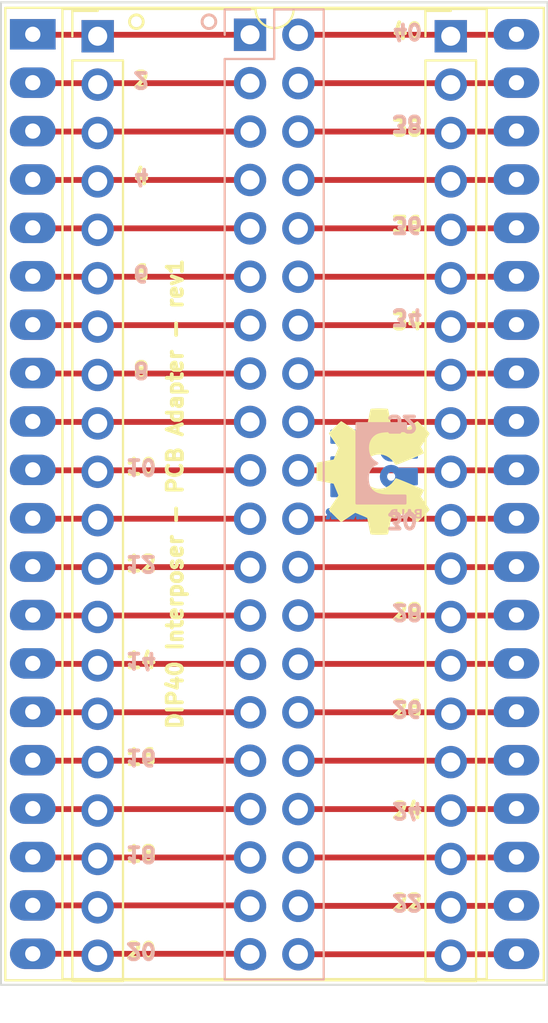
<source format=kicad_pcb>
(kicad_pcb (version 20171130) (host pcbnew "(5.1.7)-1")

  (general
    (thickness 1.6)
    (drawings 46)
    (tracks 42)
    (zones 0)
    (modules 6)
    (nets 41)
  )

  (page A4)
  (layers
    (0 F.Cu signal)
    (31 B.Cu signal)
    (32 B.Adhes user)
    (33 F.Adhes user)
    (34 B.Paste user)
    (35 F.Paste user)
    (36 B.SilkS user)
    (37 F.SilkS user)
    (38 B.Mask user)
    (39 F.Mask user)
    (40 Dwgs.User user)
    (41 Cmts.User user)
    (42 Eco1.User user)
    (43 Eco2.User user)
    (44 Edge.Cuts user)
    (45 Margin user)
    (46 B.CrtYd user)
    (47 F.CrtYd user)
    (48 B.Fab user)
    (49 F.Fab user)
  )

  (setup
    (last_trace_width 0.3048)
    (trace_clearance 0.2032)
    (zone_clearance 0.508)
    (zone_45_only no)
    (trace_min 0.2)
    (via_size 0.8)
    (via_drill 0.4)
    (via_min_size 0.4)
    (via_min_drill 0.3)
    (uvia_size 0.3)
    (uvia_drill 0.1)
    (uvias_allowed no)
    (uvia_min_size 0.2)
    (uvia_min_drill 0.1)
    (edge_width 0.1)
    (segment_width 0.2)
    (pcb_text_width 0.3)
    (pcb_text_size 1.5 1.5)
    (mod_edge_width 0.15)
    (mod_text_size 0.8 0.8)
    (mod_text_width 0.2)
    (pad_size 1.524 1.524)
    (pad_drill 0.762)
    (pad_to_mask_clearance 0)
    (aux_axis_origin 0 0)
    (visible_elements 7FFFFFFF)
    (pcbplotparams
      (layerselection 0x010fc_ffffffff)
      (usegerberextensions false)
      (usegerberattributes true)
      (usegerberadvancedattributes true)
      (creategerberjobfile true)
      (excludeedgelayer true)
      (linewidth 0.100000)
      (plotframeref false)
      (viasonmask false)
      (mode 1)
      (useauxorigin false)
      (hpglpennumber 1)
      (hpglpenspeed 20)
      (hpglpendiameter 15.000000)
      (psnegative false)
      (psa4output false)
      (plotreference true)
      (plotvalue true)
      (plotinvisibletext false)
      (padsonsilk false)
      (subtractmaskfromsilk false)
      (outputformat 1)
      (mirror false)
      (drillshape 1)
      (scaleselection 1)
      (outputdirectory ""))
  )

  (net 0 "")
  (net 1 /Sig20)
  (net 2 /Sig19)
  (net 3 /Sig18)
  (net 4 /Sig17)
  (net 5 /Sig16)
  (net 6 /Sig15)
  (net 7 /Sig14)
  (net 8 /Sig13)
  (net 9 /Sig12)
  (net 10 /Sig11)
  (net 11 /Sig10)
  (net 12 /Sig09)
  (net 13 /Sig08)
  (net 14 /Sig07)
  (net 15 /Sig06)
  (net 16 /Sig05)
  (net 17 /Sig04)
  (net 18 /Sig03)
  (net 19 /Sig02)
  (net 20 /Sig01)
  (net 21 /Sig40)
  (net 22 /Sig39)
  (net 23 /Sig38)
  (net 24 /Sig37)
  (net 25 /Sig36)
  (net 26 /Sig35)
  (net 27 /Sig34)
  (net 28 /Sig33)
  (net 29 /Sig32)
  (net 30 /Sig31)
  (net 31 /Sig30)
  (net 32 /Sig29)
  (net 33 /Sig28)
  (net 34 /Sig27)
  (net 35 /Sig26)
  (net 36 /Sig25)
  (net 37 /Sig24)
  (net 38 /Sig23)
  (net 39 /Sig22)
  (net 40 /Sig21)

  (net_class Default "This is the default net class."
    (clearance 0.2032)
    (trace_width 0.3048)
    (via_dia 0.8)
    (via_drill 0.4)
    (uvia_dia 0.3)
    (uvia_drill 0.1)
    (add_net /Sig01)
    (add_net /Sig02)
    (add_net /Sig03)
    (add_net /Sig04)
    (add_net /Sig05)
    (add_net /Sig06)
    (add_net /Sig07)
    (add_net /Sig08)
    (add_net /Sig09)
    (add_net /Sig10)
    (add_net /Sig11)
    (add_net /Sig12)
    (add_net /Sig13)
    (add_net /Sig14)
    (add_net /Sig15)
    (add_net /Sig16)
    (add_net /Sig17)
    (add_net /Sig18)
    (add_net /Sig19)
    (add_net /Sig20)
    (add_net /Sig21)
    (add_net /Sig22)
    (add_net /Sig23)
    (add_net /Sig24)
    (add_net /Sig25)
    (add_net /Sig26)
    (add_net /Sig27)
    (add_net /Sig28)
    (add_net /Sig29)
    (add_net /Sig30)
    (add_net /Sig31)
    (add_net /Sig32)
    (add_net /Sig33)
    (add_net /Sig34)
    (add_net /Sig35)
    (add_net /Sig36)
    (add_net /Sig37)
    (add_net /Sig38)
    (add_net /Sig39)
    (add_net /Sig40)
  )

  (module Symbol:OSHW-Symbol_6.7x6mm_SilkScreen (layer F.Cu) (tedit 0) (tstamp 5F9FDE53)
    (at 166.116 100.584 90)
    (descr "Open Source Hardware Symbol")
    (tags "Logo Symbol OSHW")
    (attr virtual)
    (fp_text reference REF** (at 0 0 90) (layer F.SilkS) hide
      (effects (font (size 1 1) (thickness 0.15)))
    )
    (fp_text value OSHW-Symbol_6.7x6mm_SilkScreen (at 0.75 0 90) (layer F.Fab) hide
      (effects (font (size 1 1) (thickness 0.15)))
    )
    (fp_poly (pts (xy 0.555814 -2.531069) (xy 0.639635 -2.086445) (xy 0.94892 -1.958947) (xy 1.258206 -1.831449)
      (xy 1.629246 -2.083754) (xy 1.733157 -2.154004) (xy 1.827087 -2.216728) (xy 1.906652 -2.269062)
      (xy 1.96747 -2.308143) (xy 2.005157 -2.331107) (xy 2.015421 -2.336058) (xy 2.03391 -2.323324)
      (xy 2.07342 -2.288118) (xy 2.129522 -2.234938) (xy 2.197787 -2.168282) (xy 2.273786 -2.092646)
      (xy 2.353092 -2.012528) (xy 2.431275 -1.932426) (xy 2.503907 -1.856836) (xy 2.566559 -1.790255)
      (xy 2.614803 -1.737182) (xy 2.64421 -1.702113) (xy 2.651241 -1.690377) (xy 2.641123 -1.66874)
      (xy 2.612759 -1.621338) (xy 2.569129 -1.552807) (xy 2.513218 -1.467785) (xy 2.448006 -1.370907)
      (xy 2.410219 -1.31565) (xy 2.341343 -1.214752) (xy 2.28014 -1.123701) (xy 2.229578 -1.04703)
      (xy 2.192628 -0.989272) (xy 2.172258 -0.954957) (xy 2.169197 -0.947746) (xy 2.176136 -0.927252)
      (xy 2.195051 -0.879487) (xy 2.223087 -0.811168) (xy 2.257391 -0.729011) (xy 2.295109 -0.63973)
      (xy 2.333387 -0.550042) (xy 2.36937 -0.466662) (xy 2.400206 -0.396306) (xy 2.423039 -0.34569)
      (xy 2.435017 -0.321529) (xy 2.435724 -0.320578) (xy 2.454531 -0.315964) (xy 2.504618 -0.305672)
      (xy 2.580793 -0.290713) (xy 2.677865 -0.272099) (xy 2.790643 -0.250841) (xy 2.856442 -0.238582)
      (xy 2.97695 -0.215638) (xy 3.085797 -0.193805) (xy 3.177476 -0.174278) (xy 3.246481 -0.158252)
      (xy 3.287304 -0.146921) (xy 3.295511 -0.143326) (xy 3.303548 -0.118994) (xy 3.310033 -0.064041)
      (xy 3.31497 0.015108) (xy 3.318364 0.112026) (xy 3.320218 0.220287) (xy 3.320538 0.333465)
      (xy 3.319327 0.445135) (xy 3.31659 0.548868) (xy 3.312331 0.638241) (xy 3.306555 0.706826)
      (xy 3.299267 0.748197) (xy 3.294895 0.75681) (xy 3.268764 0.767133) (xy 3.213393 0.781892)
      (xy 3.136107 0.799352) (xy 3.04423 0.81778) (xy 3.012158 0.823741) (xy 2.857524 0.852066)
      (xy 2.735375 0.874876) (xy 2.641673 0.89308) (xy 2.572384 0.907583) (xy 2.523471 0.919292)
      (xy 2.490897 0.929115) (xy 2.470628 0.937956) (xy 2.458626 0.946724) (xy 2.456947 0.948457)
      (xy 2.440184 0.976371) (xy 2.414614 1.030695) (xy 2.382788 1.104777) (xy 2.34726 1.191965)
      (xy 2.310583 1.285608) (xy 2.275311 1.379052) (xy 2.243996 1.465647) (xy 2.219193 1.53874)
      (xy 2.203454 1.591678) (xy 2.199332 1.617811) (xy 2.199676 1.618726) (xy 2.213641 1.640086)
      (xy 2.245322 1.687084) (xy 2.291391 1.754827) (xy 2.348518 1.838423) (xy 2.413373 1.932982)
      (xy 2.431843 1.959854) (xy 2.497699 2.057275) (xy 2.55565 2.146163) (xy 2.602538 2.221412)
      (xy 2.635207 2.27792) (xy 2.6505 2.310581) (xy 2.651241 2.314593) (xy 2.638392 2.335684)
      (xy 2.602888 2.377464) (xy 2.549293 2.435445) (xy 2.482171 2.505135) (xy 2.406087 2.582045)
      (xy 2.325604 2.661683) (xy 2.245287 2.739561) (xy 2.169699 2.811186) (xy 2.103405 2.87207)
      (xy 2.050969 2.917721) (xy 2.016955 2.94365) (xy 2.007545 2.947883) (xy 1.985643 2.937912)
      (xy 1.9408 2.91102) (xy 1.880321 2.871736) (xy 1.833789 2.840117) (xy 1.749475 2.782098)
      (xy 1.649626 2.713784) (xy 1.549473 2.645579) (xy 1.495627 2.609075) (xy 1.313371 2.4858)
      (xy 1.160381 2.56852) (xy 1.090682 2.604759) (xy 1.031414 2.632926) (xy 0.991311 2.648991)
      (xy 0.981103 2.651226) (xy 0.968829 2.634722) (xy 0.944613 2.588082) (xy 0.910263 2.515609)
      (xy 0.867588 2.421606) (xy 0.818394 2.310374) (xy 0.76449 2.186215) (xy 0.707684 2.053432)
      (xy 0.649782 1.916327) (xy 0.592593 1.779202) (xy 0.537924 1.646358) (xy 0.487584 1.522098)
      (xy 0.44338 1.410725) (xy 0.407119 1.316539) (xy 0.380609 1.243844) (xy 0.365658 1.196941)
      (xy 0.363254 1.180833) (xy 0.382311 1.160286) (xy 0.424036 1.126933) (xy 0.479706 1.087702)
      (xy 0.484378 1.084599) (xy 0.628264 0.969423) (xy 0.744283 0.835053) (xy 0.83143 0.685784)
      (xy 0.888699 0.525913) (xy 0.915086 0.359737) (xy 0.909585 0.191552) (xy 0.87119 0.025655)
      (xy 0.798895 -0.133658) (xy 0.777626 -0.168513) (xy 0.666996 -0.309263) (xy 0.536302 -0.422286)
      (xy 0.390064 -0.506997) (xy 0.232808 -0.562806) (xy 0.069057 -0.589126) (xy -0.096667 -0.58537)
      (xy -0.259838 -0.55095) (xy -0.415935 -0.485277) (xy -0.560433 -0.387765) (xy -0.605131 -0.348187)
      (xy -0.718888 -0.224297) (xy -0.801782 -0.093876) (xy -0.858644 0.052315) (xy -0.890313 0.197088)
      (xy -0.898131 0.35986) (xy -0.872062 0.52344) (xy -0.814755 0.682298) (xy -0.728856 0.830906)
      (xy -0.617014 0.963735) (xy -0.481877 1.075256) (xy -0.464117 1.087011) (xy -0.40785 1.125508)
      (xy -0.365077 1.158863) (xy -0.344628 1.18016) (xy -0.344331 1.180833) (xy -0.348721 1.203871)
      (xy -0.366124 1.256157) (xy -0.394732 1.33339) (xy -0.432735 1.431268) (xy -0.478326 1.545491)
      (xy -0.529697 1.671758) (xy -0.585038 1.805767) (xy -0.642542 1.943218) (xy -0.700399 2.079808)
      (xy -0.756802 2.211237) (xy -0.809942 2.333205) (xy -0.85801 2.441409) (xy -0.899199 2.531549)
      (xy -0.931699 2.599323) (xy -0.953703 2.64043) (xy -0.962564 2.651226) (xy -0.98964 2.642819)
      (xy -1.040303 2.620272) (xy -1.105817 2.587613) (xy -1.141841 2.56852) (xy -1.294832 2.4858)
      (xy -1.477088 2.609075) (xy -1.570125 2.672228) (xy -1.671985 2.741727) (xy -1.767438 2.807165)
      (xy -1.81525 2.840117) (xy -1.882495 2.885273) (xy -1.939436 2.921057) (xy -1.978646 2.942938)
      (xy -1.991381 2.947563) (xy -2.009917 2.935085) (xy -2.050941 2.900252) (xy -2.110475 2.846678)
      (xy -2.184542 2.777983) (xy -2.269165 2.697781) (xy -2.322685 2.646286) (xy -2.416319 2.554286)
      (xy -2.497241 2.471999) (xy -2.562177 2.402945) (xy -2.607858 2.350644) (xy -2.631011 2.318616)
      (xy -2.633232 2.312116) (xy -2.622924 2.287394) (xy -2.594439 2.237405) (xy -2.550937 2.167212)
      (xy -2.495577 2.081875) (xy -2.43152 1.986456) (xy -2.413303 1.959854) (xy -2.346927 1.863167)
      (xy -2.287378 1.776117) (xy -2.237984 1.703595) (xy -2.202075 1.650493) (xy -2.182981 1.621703)
      (xy -2.181136 1.618726) (xy -2.183895 1.595782) (xy -2.198538 1.545336) (xy -2.222513 1.474041)
      (xy -2.253266 1.388547) (xy -2.288244 1.295507) (xy -2.324893 1.201574) (xy -2.360661 1.113399)
      (xy -2.392994 1.037634) (xy -2.419338 0.980931) (xy -2.437142 0.949943) (xy -2.438407 0.948457)
      (xy -2.449294 0.939601) (xy -2.467682 0.930843) (xy -2.497606 0.921277) (xy -2.543103 0.909996)
      (xy -2.608209 0.896093) (xy -2.696961 0.878663) (xy -2.813393 0.856798) (xy -2.961542 0.829591)
      (xy -2.993618 0.823741) (xy -3.088686 0.805374) (xy -3.171565 0.787405) (xy -3.23493 0.771569)
      (xy -3.271458 0.7596) (xy -3.276356 0.75681) (xy -3.284427 0.732072) (xy -3.290987 0.67679)
      (xy -3.296033 0.597389) (xy -3.299559 0.500296) (xy -3.301561 0.391938) (xy -3.302036 0.27874)
      (xy -3.300977 0.167128) (xy -3.298382 0.063529) (xy -3.294246 -0.025632) (xy -3.288563 -0.093928)
      (xy -3.281331 -0.134934) (xy -3.276971 -0.143326) (xy -3.252698 -0.151792) (xy -3.197426 -0.165565)
      (xy -3.116662 -0.18345) (xy -3.015912 -0.204252) (xy -2.900683 -0.226777) (xy -2.837902 -0.238582)
      (xy -2.718787 -0.260849) (xy -2.612565 -0.281021) (xy -2.524427 -0.298085) (xy -2.459566 -0.311031)
      (xy -2.423174 -0.318845) (xy -2.417184 -0.320578) (xy -2.407061 -0.34011) (xy -2.385662 -0.387157)
      (xy -2.355839 -0.454997) (xy -2.320445 -0.536909) (xy -2.282332 -0.626172) (xy -2.244353 -0.716065)
      (xy -2.20936 -0.799865) (xy -2.180206 -0.870853) (xy -2.159743 -0.922306) (xy -2.150823 -0.947503)
      (xy -2.150657 -0.948604) (xy -2.160769 -0.968481) (xy -2.189117 -1.014223) (xy -2.232723 -1.081283)
      (xy -2.288606 -1.165116) (xy -2.353787 -1.261174) (xy -2.391679 -1.31635) (xy -2.460725 -1.417519)
      (xy -2.52205 -1.50937) (xy -2.572663 -1.587256) (xy -2.609571 -1.646531) (xy -2.629782 -1.682549)
      (xy -2.632701 -1.690623) (xy -2.620153 -1.709416) (xy -2.585463 -1.749543) (xy -2.533063 -1.806507)
      (xy -2.467384 -1.875815) (xy -2.392856 -1.952969) (xy -2.313913 -2.033475) (xy -2.234983 -2.112837)
      (xy -2.1605 -2.18656) (xy -2.094894 -2.250148) (xy -2.042596 -2.299106) (xy -2.008039 -2.328939)
      (xy -1.996478 -2.336058) (xy -1.977654 -2.326047) (xy -1.932631 -2.297922) (xy -1.865787 -2.254546)
      (xy -1.781499 -2.198782) (xy -1.684144 -2.133494) (xy -1.610707 -2.083754) (xy -1.239667 -1.831449)
      (xy -0.621095 -2.086445) (xy -0.537275 -2.531069) (xy -0.453454 -2.975693) (xy 0.471994 -2.975693)
      (xy 0.555814 -2.531069)) (layer F.SilkS) (width 0.01))
  )

  (module "My Libraries:BE5" (layer B.Cu) (tedit 5F4B3643) (tstamp 5F9FDD56)
    (at 168.656 98.044 180)
    (descr "Imported from BE5.svg")
    (tags svg2mod)
    (attr virtual)
    (fp_text reference svg2mod (at 0 3.048) (layer B.SilkS) hide
      (effects (font (size 1.524 1.524) (thickness 0.3048)) (justify mirror))
    )
    (fp_text value G*** (at 0 -8.048) (layer B.SilkS) hide
      (effects (font (size 1.524 1.524) (thickness 0.3048)) (justify mirror))
    )
    (fp_poly (pts (xy 1.27875 -4.495236) (xy 1.39 -4.58666) (xy 1.39 -4.899563) (xy 1.43625 -4.899563)
      (xy 1.52875 -4.851919) (xy 1.55875 -4.739893) (xy 1.54125 -4.656194) (xy 1.49875 -4.602112)
      (xy 1.4375 -4.58666) (xy 1.39 -4.58666) (xy 1.27875 -4.495236) (xy 1.42625 -4.495236)
      (xy 1.56125 -4.52099) (xy 1.64 -4.602112) (xy 1.675 -4.742468) (xy 1.659844 -4.840652)
      (xy 1.61375 -4.921453) (xy 1.540625 -4.975374) (xy 1.445 -4.993562) (xy 1.27875 -4.993562)
      (xy 1.27875 -4.495236)) (layer B.Mask) (width 0))
    (fp_poly (pts (xy 1.02875 -4.894412) (xy 1.22125 -4.894412) (xy 1.22125 -4.993562) (xy 0.91375 -4.993562)
      (xy 0.91375 -4.495236) (xy 1.02875 -4.495236) (xy 1.02875 -4.894412)) (layer B.Mask) (width 0))
    (fp_poly (pts (xy 0.71 -4.495236) (xy 0.68375 -4.799125) (xy 0.6325 -4.624003) (xy 0.58125 -4.799125)
      (xy 0.68375 -4.799125) (xy 0.71 -4.495236) (xy 0.86125 -4.993562) (xy 0.74 -4.993562)
      (xy 0.71 -4.890549) (xy 0.55375 -4.890549) (xy 0.52375 -4.993562) (xy 0.425 -4.993562)
      (xy 0.58 -4.495236) (xy 0.71 -4.495236)) (layer B.Mask) (width 0))
    (fp_poly (pts (xy 0 -4.495236) (xy 0.1125 -4.582797) (xy 0.1125 -4.692249) (xy 0.19875 -4.692249)
      (xy 0.25875 -4.672934) (xy 0.27125 -4.635592) (xy 0.26125 -4.6034) (xy 0.23875 -4.58666)
      (xy 0.19125 -4.582797) (xy 0.1125 -4.582797) (xy 0 -4.495236) (xy 0.1125 -4.781098)
      (xy 0.1125 -4.900851) (xy 0.2 -4.900851) (xy 0.2625 -4.885399) (xy 0.28125 -4.84033)
      (xy 0.26375 -4.799125) (xy 0.205 -4.781098) (xy 0.1125 -4.781098) (xy 0 -4.495236)
      (xy 0.225 -4.495236) (xy 0.31625 -4.510688) (xy 0.36625 -4.554469) (xy 0.38625 -4.624003)
      (xy 0.364531 -4.692893) (xy 0.29875 -4.734742) (xy 0.37375 -4.781098) (xy 0.39875 -4.85707)
      (xy 0.3575 -4.953645) (xy 0.22375 -4.99485) (xy 0 -4.99485) (xy 0 -4.495236)) (layer B.Mask) (width 0))
    (fp_poly (pts (xy 2.57875 -3.573269) (xy 2.480422 -3.642272) (xy 2.365463 -3.698649) (xy 2.233906 -3.742436)
      (xy 2.085787 -3.773667) (xy 1.92114 -3.79238) (xy 1.74 -3.79861) (xy 0.8675 -3.79861)
      (xy 0.8675 -4.192635) (xy 3.415 -4.192635) (xy 3.415 0) (xy 0.8375 0)
      (xy 0.8375 -0.394025) (xy 1.61875 -0.394025) (xy 1.772285 -0.39642) (xy 1.910468 -0.403522)
      (xy 2.033418 -0.415211) (xy 2.14125 -0.431368) (xy 2.267176 -0.460936) (xy 2.375324 -0.50052)
      (xy 2.46625 -0.549833) (xy 2.577916 -0.636154) (xy 2.670416 -0.738213) (xy 2.74375 -0.856297)
      (xy 2.796713 -0.986828) (xy 2.828287 -1.128805) (xy 2.83875 -1.282514) (xy 2.831269 -1.419348)
      (xy 2.808906 -1.54568) (xy 2.771777 -1.661147) (xy 2.72 -1.765388) (xy 2.652285 -1.860755)
      (xy 2.567343 -1.947914) (xy 2.465293 -2.026864) (xy 2.34625 -2.097605) (xy 2.46625 -2.158246)
      (xy 2.569375 -2.228303) (xy 2.655625 -2.308018) (xy 2.725 -2.397631) (xy 2.778418 -2.498109)
      (xy 2.816718 -2.610418) (xy 2.839785 -2.734798) (xy 2.8475 -2.871492) (xy 2.840526 -3.023001)
      (xy 2.818379 -3.160739) (xy 2.781093 -3.284671) (xy 2.728703 -3.39476) (xy 2.661244 -3.490971)
      (xy 2.57875 -3.573269)) (layer B.Mask) (width 0.134262))
    (fp_poly (pts (xy 4.71875 -4.795261) (xy 4.71875 -4.711563) (xy 4.78875 -4.711563) (xy 4.83875 -4.706413)
      (xy 4.86625 -4.684522) (xy 4.87875 -4.645892) (xy 4.86625 -4.60855) (xy 4.84 -4.587948)
      (xy 4.78625 -4.584085) (xy 4.71875 -4.584084) (xy 4.71875 -4.711563) (xy 4.71875 -4.795261)
      (xy 4.71875 -4.992274) (xy 4.605 -4.992274) (xy 4.605 -4.493948) (xy 4.8175 -4.493948)
      (xy 4.9125 -4.508112) (xy 4.97125 -4.559618) (xy 4.995 -4.643317) (xy 4.974219 -4.720255)
      (xy 4.91125 -4.772083) (xy 5 -4.992274) (xy 4.875 -4.992274) (xy 4.80125 -4.795261)
      (xy 4.71875 -4.795261)) (layer B.Mask) (width 0.095901))
    (fp_poly (pts (xy 4.5375 -4.589235) (xy 4.3075 -4.589235) (xy 4.3075 -4.69096) (xy 4.4875 -4.69096)
      (xy 4.4875 -4.78496) (xy 4.30625 -4.78496) (xy 4.30625 -4.893123) (xy 4.5375 -4.893123)
      (xy 4.5375 -4.992274) (xy 4.1925 -4.992274) (xy 4.1925 -4.493948) (xy 4.5375 -4.493948)
      (xy 4.5375 -4.589235)) (layer B.Mask) (width 0.095901))
    (fp_poly (pts (xy 4.12375 -4.589235) (xy 3.89375 -4.589235) (xy 3.89375 -4.69096) (xy 4.075 -4.69096)
      (xy 4.075 -4.78496) (xy 3.89375 -4.78496) (xy 3.89375 -4.893123) (xy 4.12375 -4.893123)
      (xy 4.12375 -4.992274) (xy 3.77875 -4.992274) (xy 3.77875 -4.493948) (xy 4.12375 -4.493948)
      (xy 4.12375 -4.589235)) (layer B.Mask) (width 0.095901))
    (fp_poly (pts (xy 3.68125 -4.495235) (xy 3.68125 -4.993561) (xy 3.585 -4.993561) (xy 3.39625 -4.657481)
      (xy 3.397493 -4.674221) (xy 3.398737 -4.696111) (xy 3.398737 -4.994849) (xy 3.309987 -4.994849)
      (xy 3.309987 -4.496523) (xy 3.432487 -4.496523) (xy 3.597487 -4.79011) (xy 3.594987 -4.756631)
      (xy 3.594987 -4.496523) (xy 3.681237 -4.496523) (xy 3.68125 -4.495235)) (layer B.Mask) (width 0.095901))
    (fp_poly (pts (xy 3.21125 -4.495235) (xy 3.21125 -4.993561) (xy 3.09875 -4.993561) (xy 3.09875 -4.495235)
      (xy 3.21125 -4.495235)) (layer B.Mask) (width 0.095901))
    (fp_poly (pts (xy 3.01 -4.727015) (xy 3.01 -4.993561) (xy 2.95875 -4.993561) (xy 2.9425 -4.935616)
      (xy 2.81 -5) (xy 2.725937 -4.982616) (xy 2.6625 -4.930466) (xy 2.623125 -4.85047)
      (xy 2.61 -4.750193) (xy 2.624062 -4.642673) (xy 2.66625 -4.558331) (xy 2.732656 -4.50441)
      (xy 2.81875 -4.486222) (xy 2.94875 -4.532577) (xy 3.00875 -4.657481) (xy 2.90125 -4.671645)
      (xy 2.8175 -4.581509) (xy 2.7475 -4.624002) (xy 2.72375 -4.74633) (xy 2.74875 -4.863507)
      (xy 2.82125 -4.903425) (xy 2.875 -4.882822) (xy 2.89875 -4.817151) (xy 2.8075 -4.817151)
      (xy 2.8075 -4.724439) (xy 3.01 -4.724439) (xy 3.01 -4.727015)) (layer B.Mask) (width 0.095901))
    (fp_poly (pts (xy 2.535 -4.495235) (xy 2.535 -4.993561) (xy 2.43875 -4.993561) (xy 2.25 -4.656193)
      (xy 2.251243 -4.672933) (xy 2.252487 -4.694823) (xy 2.252487 -4.993561) (xy 2.163737 -4.993561)
      (xy 2.163737 -4.495235) (xy 2.286237 -4.495235) (xy 2.451237 -4.788823) (xy 2.448737 -4.755343)
      (xy 2.448737 -4.495235) (xy 2.535 -4.495235)) (layer B.Mask) (width 0.095901))
    (fp_poly (pts (xy 2.095 -4.589235) (xy 1.865 -4.589235) (xy 1.865 -4.69096) (xy 2.04625 -4.69096)
      (xy 2.04625 -4.78496) (xy 1.865 -4.78496) (xy 1.865 -4.893123) (xy 2.095 -4.893123)
      (xy 2.095 -4.992274) (xy 1.75 -4.992274) (xy 1.75 -4.493948) (xy 2.095 -4.493948)
      (xy 2.095 -4.589235)) (layer B.Mask) (width 0.095901))
    (fp_poly (pts (xy 1.605 -0.844708) (xy 1.343613 -1.277644) (xy 1.404531 -1.184329) (xy 1.494746 -1.121435)
      (xy 1.605 -1.098377) (xy 1.715781 -1.121435) (xy 1.805937 -1.184329) (xy 1.866562 -1.277644)
      (xy 1.88875 -1.391965) (xy 1.866562 -1.505541) (xy 1.805937 -1.598474) (xy 1.715781 -1.661228)
      (xy 1.605 -1.684265) (xy 1.494219 -1.661228) (xy 1.404062 -1.598474) (xy 1.343437 -1.505541)
      (xy 1.32125 -1.391965) (xy 1.343613 -1.277644) (xy 1.605 -0.844708) (xy 1.466898 -0.863546)
      (xy 1.342685 -0.916435) (xy 1.23625 -0.99794) (xy 0.26875 -0.99794) (xy 0.26875 -1.78599)
      (xy 1.23625 -1.78599) (xy 1.34213 -1.868067) (xy 1.46662 -1.92067) (xy 1.605 -1.939222)
      (xy 1.746348 -1.919699) (xy 1.873287 -1.864585) (xy 1.980781 -1.779069) (xy 2.063796 -1.668336)
      (xy 2.117297 -1.537572) (xy 2.13625 -1.391965) (xy 2.117297 -1.246358) (xy 2.063796 -1.115594)
      (xy 1.980781 -1.004861) (xy 1.873287 -0.919344) (xy 1.746348 -0.864231) (xy 1.605 -0.844708)) (layer B.Mask) (width 0.134262))
    (fp_poly (pts (xy 3.415 -3.19727) (xy 4.7325 -3.19727) (xy 4.7325 -3.80891) (xy 3.415 -3.80891)
      (xy 3.415 -3.19727)) (layer B.Mask) (width 0.134262))
    (fp_poly (pts (xy 3.415 -1.793716) (xy 4.7325 -1.793716) (xy 4.7325 -2.405357) (xy 3.415 -2.405357)
      (xy 3.415 -1.793716)) (layer B.Mask) (width 0.134262))
    (fp_poly (pts (xy 3.415 -0.394025) (xy 4.7325 -0.394025) (xy 4.7325 -1.005666) (xy 3.415 -1.005666)
      (xy 3.415 -0.394025)) (layer B.Mask) (width 0.134262))
    (fp_poly (pts (xy 1.605 -2.241823) (xy 1.343613 -2.674961) (xy 1.404531 -2.582088) (xy 1.494746 -2.519637)
      (xy 1.605 -2.496781) (xy 1.715781 -2.519818) (xy 1.805937 -2.582571) (xy 1.866562 -2.675505)
      (xy 1.88875 -2.78908) (xy 1.866562 -2.903401) (xy 1.805937 -2.996716) (xy 1.715781 -3.059611)
      (xy 1.605 -3.082668) (xy 1.494219 -3.059611) (xy 1.404062 -2.996716) (xy 1.343437 -2.903401)
      (xy 1.32125 -2.78908) (xy 1.343613 -2.674961) (xy 1.605 -2.241823) (xy 1.466898 -2.260661)
      (xy 1.342685 -2.313551) (xy 1.23625 -2.395055) (xy 0.26875 -2.395055) (xy 0.26875 -3.183106)
      (xy 1.23625 -3.183106) (xy 1.34213 -3.265182) (xy 1.46662 -3.317786) (xy 1.605 -3.336338)
      (xy 1.746348 -3.316814) (xy 1.873287 -3.261701) (xy 1.980781 -3.176185) (xy 2.063796 -3.065451)
      (xy 2.117297 -2.934688) (xy 2.13625 -2.78908) (xy 2.117297 -2.643473) (xy 2.063796 -2.51271)
      (xy 1.980781 -2.401976) (xy 1.873287 -2.31646) (xy 1.746348 -2.261347) (xy 1.605 -2.241823)) (layer B.Mask) (width 0.134262))
    (fp_poly (pts (xy 1.27875 -4.495236) (xy 1.39 -4.58666) (xy 1.39 -4.899563) (xy 1.43625 -4.899563)
      (xy 1.52875 -4.851919) (xy 1.55875 -4.739893) (xy 1.54125 -4.656194) (xy 1.49875 -4.602112)
      (xy 1.4375 -4.58666) (xy 1.39 -4.58666) (xy 1.27875 -4.495236) (xy 1.42625 -4.495236)
      (xy 1.56125 -4.52099) (xy 1.64 -4.602112) (xy 1.675 -4.742468) (xy 1.659844 -4.840652)
      (xy 1.61375 -4.921453) (xy 1.540625 -4.975374) (xy 1.445 -4.993562) (xy 1.27875 -4.993562)
      (xy 1.27875 -4.495236)) (layer B.SilkS) (width 0))
    (fp_poly (pts (xy 1.02875 -4.894412) (xy 1.22125 -4.894412) (xy 1.22125 -4.993562) (xy 0.91375 -4.993562)
      (xy 0.91375 -4.495236) (xy 1.02875 -4.495236) (xy 1.02875 -4.894412)) (layer B.SilkS) (width 0))
    (fp_poly (pts (xy 0.71 -4.495236) (xy 0.68375 -4.799125) (xy 0.6325 -4.624003) (xy 0.58125 -4.799125)
      (xy 0.68375 -4.799125) (xy 0.71 -4.495236) (xy 0.86125 -4.993562) (xy 0.74 -4.993562)
      (xy 0.71 -4.890549) (xy 0.55375 -4.890549) (xy 0.52375 -4.993562) (xy 0.425 -4.993562)
      (xy 0.58 -4.495236) (xy 0.71 -4.495236)) (layer B.SilkS) (width 0))
    (fp_poly (pts (xy 0 -4.495236) (xy 0.1125 -4.582797) (xy 0.1125 -4.692249) (xy 0.19875 -4.692249)
      (xy 0.25875 -4.672934) (xy 0.27125 -4.635592) (xy 0.26125 -4.6034) (xy 0.23875 -4.58666)
      (xy 0.19125 -4.582797) (xy 0.1125 -4.582797) (xy 0 -4.495236) (xy 0.1125 -4.781098)
      (xy 0.1125 -4.900851) (xy 0.2 -4.900851) (xy 0.2625 -4.885399) (xy 0.28125 -4.84033)
      (xy 0.26375 -4.799125) (xy 0.205 -4.781098) (xy 0.1125 -4.781098) (xy 0 -4.495236)
      (xy 0.225 -4.495236) (xy 0.31625 -4.510688) (xy 0.36625 -4.554469) (xy 0.38625 -4.624003)
      (xy 0.364531 -4.692893) (xy 0.29875 -4.734742) (xy 0.37375 -4.781098) (xy 0.39875 -4.85707)
      (xy 0.3575 -4.953645) (xy 0.22375 -4.99485) (xy 0 -4.99485) (xy 0 -4.495236)) (layer B.SilkS) (width 0))
    (fp_poly (pts (xy 2.57875 -3.573269) (xy 2.480422 -3.642272) (xy 2.365463 -3.698649) (xy 2.233906 -3.742436)
      (xy 2.085787 -3.773667) (xy 1.92114 -3.79238) (xy 1.74 -3.79861) (xy 0.8675 -3.79861)
      (xy 0.8675 -4.192635) (xy 3.415 -4.192635) (xy 3.415 0) (xy 0.8375 0)
      (xy 0.8375 -0.394025) (xy 1.61875 -0.394025) (xy 1.772285 -0.39642) (xy 1.910468 -0.403522)
      (xy 2.033418 -0.415211) (xy 2.14125 -0.431368) (xy 2.267176 -0.460936) (xy 2.375324 -0.50052)
      (xy 2.46625 -0.549833) (xy 2.577916 -0.636154) (xy 2.670416 -0.738213) (xy 2.74375 -0.856297)
      (xy 2.796713 -0.986828) (xy 2.828287 -1.128805) (xy 2.83875 -1.282514) (xy 2.831269 -1.419348)
      (xy 2.808906 -1.54568) (xy 2.771777 -1.661147) (xy 2.72 -1.765388) (xy 2.652285 -1.860755)
      (xy 2.567343 -1.947914) (xy 2.465293 -2.026864) (xy 2.34625 -2.097605) (xy 2.46625 -2.158246)
      (xy 2.569375 -2.228303) (xy 2.655625 -2.308018) (xy 2.725 -2.397631) (xy 2.778418 -2.498109)
      (xy 2.816718 -2.610418) (xy 2.839785 -2.734798) (xy 2.8475 -2.871492) (xy 2.840526 -3.023001)
      (xy 2.818379 -3.160739) (xy 2.781093 -3.284671) (xy 2.728703 -3.39476) (xy 2.661244 -3.490971)
      (xy 2.57875 -3.573269)) (layer B.SilkS) (width 0.134262))
    (fp_poly (pts (xy 4.71875 -4.795261) (xy 4.71875 -4.711563) (xy 4.78875 -4.711563) (xy 4.83875 -4.706413)
      (xy 4.86625 -4.684522) (xy 4.87875 -4.645892) (xy 4.86625 -4.60855) (xy 4.84 -4.587948)
      (xy 4.78625 -4.584085) (xy 4.71875 -4.584084) (xy 4.71875 -4.711563) (xy 4.71875 -4.795261)
      (xy 4.71875 -4.992274) (xy 4.605 -4.992274) (xy 4.605 -4.493948) (xy 4.8175 -4.493948)
      (xy 4.9125 -4.508112) (xy 4.97125 -4.559618) (xy 4.995 -4.643317) (xy 4.974219 -4.720255)
      (xy 4.91125 -4.772083) (xy 5 -4.992274) (xy 4.875 -4.992274) (xy 4.80125 -4.795261)
      (xy 4.71875 -4.795261)) (layer B.Cu) (width 0.095901))
    (fp_poly (pts (xy 4.5375 -4.589235) (xy 4.3075 -4.589235) (xy 4.3075 -4.69096) (xy 4.4875 -4.69096)
      (xy 4.4875 -4.78496) (xy 4.30625 -4.78496) (xy 4.30625 -4.893123) (xy 4.5375 -4.893123)
      (xy 4.5375 -4.992274) (xy 4.1925 -4.992274) (xy 4.1925 -4.493948) (xy 4.5375 -4.493948)
      (xy 4.5375 -4.589235)) (layer B.Cu) (width 0.095901))
    (fp_poly (pts (xy 4.12375 -4.589235) (xy 3.89375 -4.589235) (xy 3.89375 -4.69096) (xy 4.075 -4.69096)
      (xy 4.075 -4.78496) (xy 3.89375 -4.78496) (xy 3.89375 -4.893123) (xy 4.12375 -4.893123)
      (xy 4.12375 -4.992274) (xy 3.77875 -4.992274) (xy 3.77875 -4.493948) (xy 4.12375 -4.493948)
      (xy 4.12375 -4.589235)) (layer B.Cu) (width 0.095901))
    (fp_poly (pts (xy 3.68125 -4.495235) (xy 3.68125 -4.993561) (xy 3.585 -4.993561) (xy 3.39625 -4.657481)
      (xy 3.397493 -4.674221) (xy 3.398737 -4.696111) (xy 3.398737 -4.994849) (xy 3.309987 -4.994849)
      (xy 3.309987 -4.496523) (xy 3.432487 -4.496523) (xy 3.597487 -4.79011) (xy 3.594987 -4.756631)
      (xy 3.594987 -4.496523) (xy 3.681237 -4.496523) (xy 3.68125 -4.495235)) (layer B.Cu) (width 0.095901))
    (fp_poly (pts (xy 3.21125 -4.495235) (xy 3.21125 -4.993561) (xy 3.09875 -4.993561) (xy 3.09875 -4.495235)
      (xy 3.21125 -4.495235)) (layer B.Cu) (width 0.095901))
    (fp_poly (pts (xy 3.01 -4.727015) (xy 3.01 -4.993561) (xy 2.95875 -4.993561) (xy 2.9425 -4.935616)
      (xy 2.81 -5) (xy 2.725937 -4.982616) (xy 2.6625 -4.930466) (xy 2.623125 -4.85047)
      (xy 2.61 -4.750193) (xy 2.624062 -4.642673) (xy 2.66625 -4.558331) (xy 2.732656 -4.50441)
      (xy 2.81875 -4.486222) (xy 2.94875 -4.532577) (xy 3.00875 -4.657481) (xy 2.90125 -4.671645)
      (xy 2.8175 -4.581509) (xy 2.7475 -4.624002) (xy 2.72375 -4.74633) (xy 2.74875 -4.863507)
      (xy 2.82125 -4.903425) (xy 2.875 -4.882822) (xy 2.89875 -4.817151) (xy 2.8075 -4.817151)
      (xy 2.8075 -4.724439) (xy 3.01 -4.724439) (xy 3.01 -4.727015)) (layer B.Cu) (width 0.095901))
    (fp_poly (pts (xy 2.535 -4.495235) (xy 2.535 -4.993561) (xy 2.43875 -4.993561) (xy 2.25 -4.656193)
      (xy 2.251243 -4.672933) (xy 2.252487 -4.694823) (xy 2.252487 -4.993561) (xy 2.163737 -4.993561)
      (xy 2.163737 -4.495235) (xy 2.286237 -4.495235) (xy 2.451237 -4.788823) (xy 2.448737 -4.755343)
      (xy 2.448737 -4.495235) (xy 2.535 -4.495235)) (layer B.Cu) (width 0.095901))
    (fp_poly (pts (xy 2.095 -4.589235) (xy 1.865 -4.589235) (xy 1.865 -4.69096) (xy 2.04625 -4.69096)
      (xy 2.04625 -4.78496) (xy 1.865 -4.78496) (xy 1.865 -4.893123) (xy 2.095 -4.893123)
      (xy 2.095 -4.992274) (xy 1.75 -4.992274) (xy 1.75 -4.493948) (xy 2.095 -4.493948)
      (xy 2.095 -4.589235)) (layer B.Cu) (width 0.095901))
    (fp_poly (pts (xy 1.605 -0.844708) (xy 1.343613 -1.277644) (xy 1.404531 -1.184329) (xy 1.494746 -1.121435)
      (xy 1.605 -1.098377) (xy 1.715781 -1.121435) (xy 1.805937 -1.184329) (xy 1.866562 -1.277644)
      (xy 1.88875 -1.391965) (xy 1.866562 -1.505541) (xy 1.805937 -1.598474) (xy 1.715781 -1.661228)
      (xy 1.605 -1.684265) (xy 1.494219 -1.661228) (xy 1.404062 -1.598474) (xy 1.343437 -1.505541)
      (xy 1.32125 -1.391965) (xy 1.343613 -1.277644) (xy 1.605 -0.844708) (xy 1.466898 -0.863546)
      (xy 1.342685 -0.916435) (xy 1.23625 -0.99794) (xy 0.26875 -0.99794) (xy 0.26875 -1.78599)
      (xy 1.23625 -1.78599) (xy 1.34213 -1.868067) (xy 1.46662 -1.92067) (xy 1.605 -1.939222)
      (xy 1.746348 -1.919699) (xy 1.873287 -1.864585) (xy 1.980781 -1.779069) (xy 2.063796 -1.668336)
      (xy 2.117297 -1.537572) (xy 2.13625 -1.391965) (xy 2.117297 -1.246358) (xy 2.063796 -1.115594)
      (xy 1.980781 -1.004861) (xy 1.873287 -0.919344) (xy 1.746348 -0.864231) (xy 1.605 -0.844708)) (layer B.Cu) (width 0.134262))
    (fp_poly (pts (xy 3.415 -3.19727) (xy 4.7325 -3.19727) (xy 4.7325 -3.80891) (xy 3.415 -3.80891)
      (xy 3.415 -3.19727)) (layer B.Cu) (width 0.134262))
    (fp_poly (pts (xy 3.415 -1.793716) (xy 4.7325 -1.793716) (xy 4.7325 -2.405357) (xy 3.415 -2.405357)
      (xy 3.415 -1.793716)) (layer B.Cu) (width 0.134262))
    (fp_poly (pts (xy 3.415 -0.394025) (xy 4.7325 -0.394025) (xy 4.7325 -1.005666) (xy 3.415 -1.005666)
      (xy 3.415 -0.394025)) (layer B.Cu) (width 0.134262))
    (fp_poly (pts (xy 1.605 -2.241823) (xy 1.343613 -2.674961) (xy 1.404531 -2.582088) (xy 1.494746 -2.519637)
      (xy 1.605 -2.496781) (xy 1.715781 -2.519818) (xy 1.805937 -2.582571) (xy 1.866562 -2.675505)
      (xy 1.88875 -2.78908) (xy 1.866562 -2.903401) (xy 1.805937 -2.996716) (xy 1.715781 -3.059611)
      (xy 1.605 -3.082668) (xy 1.494219 -3.059611) (xy 1.404062 -2.996716) (xy 1.343437 -2.903401)
      (xy 1.32125 -2.78908) (xy 1.343613 -2.674961) (xy 1.605 -2.241823) (xy 1.466898 -2.260661)
      (xy 1.342685 -2.313551) (xy 1.23625 -2.395055) (xy 0.26875 -2.395055) (xy 0.26875 -3.183106)
      (xy 1.23625 -3.183106) (xy 1.34213 -3.265182) (xy 1.46662 -3.317786) (xy 1.605 -3.336338)
      (xy 1.746348 -3.316814) (xy 1.873287 -3.261701) (xy 1.980781 -3.176185) (xy 2.063796 -3.065451)
      (xy 2.117297 -2.934688) (xy 2.13625 -2.78908) (xy 2.117297 -2.643473) (xy 2.063796 -2.51271)
      (xy 1.980781 -2.401976) (xy 1.873287 -2.31646) (xy 1.746348 -2.261347) (xy 1.605 -2.241823)) (layer B.Cu) (width 0.134262))
  )

  (module Connector_PinSocket_2.54mm:PinSocket_2x20_P2.54mm_Vertical (layer B.Cu) (tedit 5A19A433) (tstamp 5F9FC017)
    (at 159.6384 77.6474 180)
    (descr "Through hole straight socket strip, 2x20, 2.54mm pitch, double cols (from Kicad 4.0.7), script generated")
    (tags "Through hole socket strip THT 2x20 2.54mm double row")
    (path /5FA0E7D4)
    (fp_text reference J2 (at -1.27 2.77) (layer B.SilkS) hide
      (effects (font (size 1 1) (thickness 0.15)) (justify mirror))
    )
    (fp_text value Carrier-HDR (at -1.27 -51.03) (layer B.Fab)
      (effects (font (size 1 1) (thickness 0.15)) (justify mirror))
    )
    (fp_line (start -4.34 -50) (end -4.34 1.8) (layer B.CrtYd) (width 0.05))
    (fp_line (start 1.76 -50) (end -4.34 -50) (layer B.CrtYd) (width 0.05))
    (fp_line (start 1.76 1.8) (end 1.76 -50) (layer B.CrtYd) (width 0.05))
    (fp_line (start -4.34 1.8) (end 1.76 1.8) (layer B.CrtYd) (width 0.05))
    (fp_line (start 0 1.33) (end 1.33 1.33) (layer B.SilkS) (width 0.12))
    (fp_line (start 1.33 1.33) (end 1.33 0) (layer B.SilkS) (width 0.12))
    (fp_line (start -1.27 1.33) (end -1.27 -1.27) (layer B.SilkS) (width 0.12))
    (fp_line (start -1.27 -1.27) (end 1.33 -1.27) (layer B.SilkS) (width 0.12))
    (fp_line (start 1.33 -1.27) (end 1.33 -49.59) (layer B.SilkS) (width 0.12))
    (fp_line (start -3.87 -49.59) (end 1.33 -49.59) (layer B.SilkS) (width 0.12))
    (fp_line (start -3.87 1.33) (end -3.87 -49.59) (layer B.SilkS) (width 0.12))
    (fp_line (start -3.87 1.33) (end -1.27 1.33) (layer B.SilkS) (width 0.12))
    (fp_line (start -3.81 -49.53) (end -3.81 1.27) (layer B.Fab) (width 0.1))
    (fp_line (start 1.27 -49.53) (end -3.81 -49.53) (layer B.Fab) (width 0.1))
    (fp_line (start 1.27 0.27) (end 1.27 -49.53) (layer B.Fab) (width 0.1))
    (fp_line (start 0.27 1.27) (end 1.27 0.27) (layer B.Fab) (width 0.1))
    (fp_line (start -3.81 1.27) (end 0.27 1.27) (layer B.Fab) (width 0.1))
    (fp_text user %R (at -1.27 -24.13 270) (layer B.Fab)
      (effects (font (size 1 1) (thickness 0.15)) (justify mirror))
    )
    (pad 40 thru_hole oval (at -2.54 -48.26 180) (size 1.7 1.7) (drill 1) (layers *.Cu *.Mask)
      (net 21 /Sig40))
    (pad 39 thru_hole oval (at 0 -48.26 180) (size 1.7 1.7) (drill 1) (layers *.Cu *.Mask)
      (net 1 /Sig20))
    (pad 38 thru_hole oval (at -2.54 -45.72 180) (size 1.7 1.7) (drill 1) (layers *.Cu *.Mask)
      (net 22 /Sig39))
    (pad 37 thru_hole oval (at 0 -45.72 180) (size 1.7 1.7) (drill 1) (layers *.Cu *.Mask)
      (net 2 /Sig19))
    (pad 36 thru_hole oval (at -2.54 -43.18 180) (size 1.7 1.7) (drill 1) (layers *.Cu *.Mask)
      (net 23 /Sig38))
    (pad 35 thru_hole oval (at 0 -43.18 180) (size 1.7 1.7) (drill 1) (layers *.Cu *.Mask)
      (net 3 /Sig18))
    (pad 34 thru_hole oval (at -2.54 -40.64 180) (size 1.7 1.7) (drill 1) (layers *.Cu *.Mask)
      (net 24 /Sig37))
    (pad 33 thru_hole oval (at 0 -40.64 180) (size 1.7 1.7) (drill 1) (layers *.Cu *.Mask)
      (net 4 /Sig17))
    (pad 32 thru_hole oval (at -2.54 -38.1 180) (size 1.7 1.7) (drill 1) (layers *.Cu *.Mask)
      (net 25 /Sig36))
    (pad 31 thru_hole oval (at 0 -38.1 180) (size 1.7 1.7) (drill 1) (layers *.Cu *.Mask)
      (net 5 /Sig16))
    (pad 30 thru_hole oval (at -2.54 -35.56 180) (size 1.7 1.7) (drill 1) (layers *.Cu *.Mask)
      (net 26 /Sig35))
    (pad 29 thru_hole oval (at 0 -35.56 180) (size 1.7 1.7) (drill 1) (layers *.Cu *.Mask)
      (net 6 /Sig15))
    (pad 28 thru_hole oval (at -2.54 -33.02 180) (size 1.7 1.7) (drill 1) (layers *.Cu *.Mask)
      (net 27 /Sig34))
    (pad 27 thru_hole oval (at 0 -33.02 180) (size 1.7 1.7) (drill 1) (layers *.Cu *.Mask)
      (net 7 /Sig14))
    (pad 26 thru_hole oval (at -2.54 -30.48 180) (size 1.7 1.7) (drill 1) (layers *.Cu *.Mask)
      (net 28 /Sig33))
    (pad 25 thru_hole oval (at 0 -30.48 180) (size 1.7 1.7) (drill 1) (layers *.Cu *.Mask)
      (net 8 /Sig13))
    (pad 24 thru_hole oval (at -2.54 -27.94 180) (size 1.7 1.7) (drill 1) (layers *.Cu *.Mask)
      (net 29 /Sig32))
    (pad 23 thru_hole oval (at 0 -27.94 180) (size 1.7 1.7) (drill 1) (layers *.Cu *.Mask)
      (net 9 /Sig12))
    (pad 22 thru_hole oval (at -2.54 -25.4 180) (size 1.7 1.7) (drill 1) (layers *.Cu *.Mask)
      (net 30 /Sig31))
    (pad 21 thru_hole oval (at 0 -25.4 180) (size 1.7 1.7) (drill 1) (layers *.Cu *.Mask)
      (net 10 /Sig11))
    (pad 20 thru_hole oval (at -2.54 -22.86 180) (size 1.7 1.7) (drill 1) (layers *.Cu *.Mask)
      (net 31 /Sig30))
    (pad 19 thru_hole oval (at 0 -22.86 180) (size 1.7 1.7) (drill 1) (layers *.Cu *.Mask)
      (net 11 /Sig10))
    (pad 18 thru_hole oval (at -2.54 -20.32 180) (size 1.7 1.7) (drill 1) (layers *.Cu *.Mask)
      (net 32 /Sig29))
    (pad 17 thru_hole oval (at 0 -20.32 180) (size 1.7 1.7) (drill 1) (layers *.Cu *.Mask)
      (net 12 /Sig09))
    (pad 16 thru_hole oval (at -2.54 -17.78 180) (size 1.7 1.7) (drill 1) (layers *.Cu *.Mask)
      (net 33 /Sig28))
    (pad 15 thru_hole oval (at 0 -17.78 180) (size 1.7 1.7) (drill 1) (layers *.Cu *.Mask)
      (net 13 /Sig08))
    (pad 14 thru_hole oval (at -2.54 -15.24 180) (size 1.7 1.7) (drill 1) (layers *.Cu *.Mask)
      (net 34 /Sig27))
    (pad 13 thru_hole oval (at 0 -15.24 180) (size 1.7 1.7) (drill 1) (layers *.Cu *.Mask)
      (net 14 /Sig07))
    (pad 12 thru_hole oval (at -2.54 -12.7 180) (size 1.7 1.7) (drill 1) (layers *.Cu *.Mask)
      (net 35 /Sig26))
    (pad 11 thru_hole oval (at 0 -12.7 180) (size 1.7 1.7) (drill 1) (layers *.Cu *.Mask)
      (net 15 /Sig06))
    (pad 10 thru_hole oval (at -2.54 -10.16 180) (size 1.7 1.7) (drill 1) (layers *.Cu *.Mask)
      (net 36 /Sig25))
    (pad 9 thru_hole oval (at 0 -10.16 180) (size 1.7 1.7) (drill 1) (layers *.Cu *.Mask)
      (net 16 /Sig05))
    (pad 8 thru_hole oval (at -2.54 -7.62 180) (size 1.7 1.7) (drill 1) (layers *.Cu *.Mask)
      (net 37 /Sig24))
    (pad 7 thru_hole oval (at 0 -7.62 180) (size 1.7 1.7) (drill 1) (layers *.Cu *.Mask)
      (net 17 /Sig04))
    (pad 6 thru_hole oval (at -2.54 -5.08 180) (size 1.7 1.7) (drill 1) (layers *.Cu *.Mask)
      (net 38 /Sig23))
    (pad 5 thru_hole oval (at 0 -5.08 180) (size 1.7 1.7) (drill 1) (layers *.Cu *.Mask)
      (net 18 /Sig03))
    (pad 4 thru_hole oval (at -2.54 -2.54 180) (size 1.7 1.7) (drill 1) (layers *.Cu *.Mask)
      (net 39 /Sig22))
    (pad 3 thru_hole oval (at 0 -2.54 180) (size 1.7 1.7) (drill 1) (layers *.Cu *.Mask)
      (net 19 /Sig02))
    (pad 2 thru_hole oval (at -2.54 0 180) (size 1.7 1.7) (drill 1) (layers *.Cu *.Mask)
      (net 40 /Sig21))
    (pad 1 thru_hole rect (at 0 0 180) (size 1.7 1.7) (drill 1) (layers *.Cu *.Mask)
      (net 20 /Sig01))
    (model ${KISYS3DMOD}/Connector_PinSocket_2.54mm.3dshapes/PinSocket_2x20_P2.54mm_Vertical.wrl
      (offset (xyz -2.5 0 -1.6))
      (scale (xyz 1 1 1))
      (rotate (xyz 0 180 0))
    )
  )

  (module Connector_PinHeader_2.54mm:PinHeader_1x20_P2.54mm_Vertical (layer F.Cu) (tedit 59FED5CC) (tstamp 5F9F93A3)
    (at 170.18 77.724)
    (descr "Through hole straight pin header, 1x20, 2.54mm pitch, single row")
    (tags "Through hole pin header THT 1x20 2.54mm single row")
    (path /5FA9FB0B)
    (fp_text reference J4 (at 0 -2.33) (layer F.SilkS) hide
      (effects (font (size 1 1) (thickness 0.15)))
    )
    (fp_text value LA-Right (at 0 50.59) (layer F.Fab)
      (effects (font (size 1 1) (thickness 0.15)))
    )
    (fp_line (start 1.8 -1.8) (end -1.8 -1.8) (layer F.CrtYd) (width 0.05))
    (fp_line (start 1.8 50.05) (end 1.8 -1.8) (layer F.CrtYd) (width 0.05))
    (fp_line (start -1.8 50.05) (end 1.8 50.05) (layer F.CrtYd) (width 0.05))
    (fp_line (start -1.8 -1.8) (end -1.8 50.05) (layer F.CrtYd) (width 0.05))
    (fp_line (start -1.33 -1.33) (end 0 -1.33) (layer F.SilkS) (width 0.12))
    (fp_line (start -1.33 0) (end -1.33 -1.33) (layer F.SilkS) (width 0.12))
    (fp_line (start -1.33 1.27) (end 1.33 1.27) (layer F.SilkS) (width 0.12))
    (fp_line (start 1.33 1.27) (end 1.33 49.59) (layer F.SilkS) (width 0.12))
    (fp_line (start -1.33 1.27) (end -1.33 49.59) (layer F.SilkS) (width 0.12))
    (fp_line (start -1.33 49.59) (end 1.33 49.59) (layer F.SilkS) (width 0.12))
    (fp_line (start -1.27 -0.635) (end -0.635 -1.27) (layer F.Fab) (width 0.1))
    (fp_line (start -1.27 49.53) (end -1.27 -0.635) (layer F.Fab) (width 0.1))
    (fp_line (start 1.27 49.53) (end -1.27 49.53) (layer F.Fab) (width 0.1))
    (fp_line (start 1.27 -1.27) (end 1.27 49.53) (layer F.Fab) (width 0.1))
    (fp_line (start -0.635 -1.27) (end 1.27 -1.27) (layer F.Fab) (width 0.1))
    (fp_text user %R (at 0 24.13 90) (layer F.Fab)
      (effects (font (size 1 1) (thickness 0.15)))
    )
    (pad 20 thru_hole oval (at 0 48.26) (size 1.7 1.7) (drill 1) (layers *.Cu *.Mask)
      (net 21 /Sig40))
    (pad 19 thru_hole oval (at 0 45.72) (size 1.7 1.7) (drill 1) (layers *.Cu *.Mask)
      (net 22 /Sig39))
    (pad 18 thru_hole oval (at 0 43.18) (size 1.7 1.7) (drill 1) (layers *.Cu *.Mask)
      (net 23 /Sig38))
    (pad 17 thru_hole oval (at 0 40.64) (size 1.7 1.7) (drill 1) (layers *.Cu *.Mask)
      (net 24 /Sig37))
    (pad 16 thru_hole oval (at 0 38.1) (size 1.7 1.7) (drill 1) (layers *.Cu *.Mask)
      (net 25 /Sig36))
    (pad 15 thru_hole oval (at 0 35.56) (size 1.7 1.7) (drill 1) (layers *.Cu *.Mask)
      (net 26 /Sig35))
    (pad 14 thru_hole oval (at 0 33.02) (size 1.7 1.7) (drill 1) (layers *.Cu *.Mask)
      (net 27 /Sig34))
    (pad 13 thru_hole oval (at 0 30.48) (size 1.7 1.7) (drill 1) (layers *.Cu *.Mask)
      (net 28 /Sig33))
    (pad 12 thru_hole oval (at 0 27.94) (size 1.7 1.7) (drill 1) (layers *.Cu *.Mask)
      (net 29 /Sig32))
    (pad 11 thru_hole oval (at 0 25.4) (size 1.7 1.7) (drill 1) (layers *.Cu *.Mask)
      (net 30 /Sig31))
    (pad 10 thru_hole oval (at 0 22.86) (size 1.7 1.7) (drill 1) (layers *.Cu *.Mask)
      (net 31 /Sig30))
    (pad 9 thru_hole oval (at 0 20.32) (size 1.7 1.7) (drill 1) (layers *.Cu *.Mask)
      (net 32 /Sig29))
    (pad 8 thru_hole oval (at 0 17.78) (size 1.7 1.7) (drill 1) (layers *.Cu *.Mask)
      (net 33 /Sig28))
    (pad 7 thru_hole oval (at 0 15.24) (size 1.7 1.7) (drill 1) (layers *.Cu *.Mask)
      (net 34 /Sig27))
    (pad 6 thru_hole oval (at 0 12.7) (size 1.7 1.7) (drill 1) (layers *.Cu *.Mask)
      (net 35 /Sig26))
    (pad 5 thru_hole oval (at 0 10.16) (size 1.7 1.7) (drill 1) (layers *.Cu *.Mask)
      (net 36 /Sig25))
    (pad 4 thru_hole oval (at 0 7.62) (size 1.7 1.7) (drill 1) (layers *.Cu *.Mask)
      (net 37 /Sig24))
    (pad 3 thru_hole oval (at 0 5.08) (size 1.7 1.7) (drill 1) (layers *.Cu *.Mask)
      (net 38 /Sig23))
    (pad 2 thru_hole oval (at 0 2.54) (size 1.7 1.7) (drill 1) (layers *.Cu *.Mask)
      (net 39 /Sig22))
    (pad 1 thru_hole rect (at 0 0) (size 1.7 1.7) (drill 1) (layers *.Cu *.Mask)
      (net 40 /Sig21))
    (model ${KISYS3DMOD}/Connector_PinHeader_2.54mm.3dshapes/PinHeader_1x20_P2.54mm_Vertical.wrl
      (at (xyz 0 0 0))
      (scale (xyz 1 1 1))
      (rotate (xyz 0 0 0))
    )
  )

  (module Package_DIP:DIP-40_W25.4mm_Socket_LongPads locked (layer F.Cu) (tedit 5A02E8C5) (tstamp 5F9F937B)
    (at 148.2284 77.6224)
    (descr "40-lead though-hole mounted DIP package, row spacing 25.4 mm (1000 mils), Socket, LongPads")
    (tags "THT DIP DIL PDIP 2.54mm 25.4mm 1000mil Socket LongPads")
    (path /5FA0B7B1)
    (fp_text reference J3 (at 12.7 -2.33) (layer F.SilkS) hide
      (effects (font (size 1 1) (thickness 0.15)))
    )
    (fp_text value PCB-Conn (at 12.7 50.59) (layer F.Fab)
      (effects (font (size 1 1) (thickness 0.15)))
    )
    (fp_line (start 26.95 -1.6) (end -1.55 -1.6) (layer F.CrtYd) (width 0.05))
    (fp_line (start 26.95 49.85) (end 26.95 -1.6) (layer F.CrtYd) (width 0.05))
    (fp_line (start -1.55 49.85) (end 26.95 49.85) (layer F.CrtYd) (width 0.05))
    (fp_line (start -1.55 -1.6) (end -1.55 49.85) (layer F.CrtYd) (width 0.05))
    (fp_line (start 26.84 -1.39) (end -1.44 -1.39) (layer F.SilkS) (width 0.12))
    (fp_line (start 26.84 49.65) (end 26.84 -1.39) (layer F.SilkS) (width 0.12))
    (fp_line (start -1.44 49.65) (end 26.84 49.65) (layer F.SilkS) (width 0.12))
    (fp_line (start -1.44 -1.39) (end -1.44 49.65) (layer F.SilkS) (width 0.12))
    (fp_line (start 23.84 -1.33) (end 13.7 -1.33) (layer F.SilkS) (width 0.12))
    (fp_line (start 23.84 49.59) (end 23.84 -1.33) (layer F.SilkS) (width 0.12))
    (fp_line (start 1.56 49.59) (end 23.84 49.59) (layer F.SilkS) (width 0.12))
    (fp_line (start 1.56 -1.33) (end 1.56 49.59) (layer F.SilkS) (width 0.12))
    (fp_line (start 11.7 -1.33) (end 1.56 -1.33) (layer F.SilkS) (width 0.12))
    (fp_line (start 26.67 -1.33) (end -1.27 -1.33) (layer F.Fab) (width 0.1))
    (fp_line (start 26.67 49.59) (end 26.67 -1.33) (layer F.Fab) (width 0.1))
    (fp_line (start -1.27 49.59) (end 26.67 49.59) (layer F.Fab) (width 0.1))
    (fp_line (start -1.27 -1.33) (end -1.27 49.59) (layer F.Fab) (width 0.1))
    (fp_line (start 0.255 -0.27) (end 1.255 -1.27) (layer F.Fab) (width 0.1))
    (fp_line (start 0.255 49.53) (end 0.255 -0.27) (layer F.Fab) (width 0.1))
    (fp_line (start 25.145 49.53) (end 0.255 49.53) (layer F.Fab) (width 0.1))
    (fp_line (start 25.145 -1.27) (end 25.145 49.53) (layer F.Fab) (width 0.1))
    (fp_line (start 1.255 -1.27) (end 25.145 -1.27) (layer F.Fab) (width 0.1))
    (fp_text user %R (at 12.7 24.13) (layer F.Fab)
      (effects (font (size 1 1) (thickness 0.15)))
    )
    (fp_arc (start 12.7 -1.33) (end 11.7 -1.33) (angle -180) (layer F.SilkS) (width 0.12))
    (pad 40 thru_hole oval (at 25.4 0) (size 2.4 1.6) (drill 0.8) (layers *.Cu *.Mask)
      (net 40 /Sig21))
    (pad 20 thru_hole oval (at 0 48.26) (size 2.4 1.6) (drill 0.8) (layers *.Cu *.Mask)
      (net 1 /Sig20))
    (pad 39 thru_hole oval (at 25.4 2.54) (size 2.4 1.6) (drill 0.8) (layers *.Cu *.Mask)
      (net 39 /Sig22))
    (pad 19 thru_hole oval (at 0 45.72) (size 2.4 1.6) (drill 0.8) (layers *.Cu *.Mask)
      (net 2 /Sig19))
    (pad 38 thru_hole oval (at 25.4 5.08) (size 2.4 1.6) (drill 0.8) (layers *.Cu *.Mask)
      (net 38 /Sig23))
    (pad 18 thru_hole oval (at 0 43.18) (size 2.4 1.6) (drill 0.8) (layers *.Cu *.Mask)
      (net 3 /Sig18))
    (pad 37 thru_hole oval (at 25.4 7.62) (size 2.4 1.6) (drill 0.8) (layers *.Cu *.Mask)
      (net 37 /Sig24))
    (pad 17 thru_hole oval (at 0 40.64) (size 2.4 1.6) (drill 0.8) (layers *.Cu *.Mask)
      (net 4 /Sig17))
    (pad 36 thru_hole oval (at 25.4 10.16) (size 2.4 1.6) (drill 0.8) (layers *.Cu *.Mask)
      (net 36 /Sig25))
    (pad 16 thru_hole oval (at 0 38.1) (size 2.4 1.6) (drill 0.8) (layers *.Cu *.Mask)
      (net 5 /Sig16))
    (pad 35 thru_hole oval (at 25.4 12.7) (size 2.4 1.6) (drill 0.8) (layers *.Cu *.Mask)
      (net 35 /Sig26))
    (pad 15 thru_hole oval (at 0 35.56) (size 2.4 1.6) (drill 0.8) (layers *.Cu *.Mask)
      (net 6 /Sig15))
    (pad 34 thru_hole oval (at 25.4 15.24) (size 2.4 1.6) (drill 0.8) (layers *.Cu *.Mask)
      (net 34 /Sig27))
    (pad 14 thru_hole oval (at 0 33.02) (size 2.4 1.6) (drill 0.8) (layers *.Cu *.Mask)
      (net 7 /Sig14))
    (pad 33 thru_hole oval (at 25.4 17.78) (size 2.4 1.6) (drill 0.8) (layers *.Cu *.Mask)
      (net 33 /Sig28))
    (pad 13 thru_hole oval (at 0 30.48) (size 2.4 1.6) (drill 0.8) (layers *.Cu *.Mask)
      (net 8 /Sig13))
    (pad 32 thru_hole oval (at 25.4 20.32) (size 2.4 1.6) (drill 0.8) (layers *.Cu *.Mask)
      (net 32 /Sig29))
    (pad 12 thru_hole oval (at 0 27.94) (size 2.4 1.6) (drill 0.8) (layers *.Cu *.Mask)
      (net 9 /Sig12))
    (pad 31 thru_hole oval (at 25.4 22.86) (size 2.4 1.6) (drill 0.8) (layers *.Cu *.Mask)
      (net 31 /Sig30))
    (pad 11 thru_hole oval (at 0 25.4) (size 2.4 1.6) (drill 0.8) (layers *.Cu *.Mask)
      (net 10 /Sig11))
    (pad 30 thru_hole oval (at 25.4 25.4) (size 2.4 1.6) (drill 0.8) (layers *.Cu *.Mask)
      (net 30 /Sig31))
    (pad 10 thru_hole oval (at 0 22.86) (size 2.4 1.6) (drill 0.8) (layers *.Cu *.Mask)
      (net 11 /Sig10))
    (pad 29 thru_hole oval (at 25.4 27.94) (size 2.4 1.6) (drill 0.8) (layers *.Cu *.Mask)
      (net 29 /Sig32))
    (pad 9 thru_hole oval (at 0 20.32) (size 2.4 1.6) (drill 0.8) (layers *.Cu *.Mask)
      (net 12 /Sig09))
    (pad 28 thru_hole oval (at 25.4 30.48) (size 2.4 1.6) (drill 0.8) (layers *.Cu *.Mask)
      (net 28 /Sig33))
    (pad 8 thru_hole oval (at 0 17.78) (size 2.4 1.6) (drill 0.8) (layers *.Cu *.Mask)
      (net 13 /Sig08))
    (pad 27 thru_hole oval (at 25.4 33.02) (size 2.4 1.6) (drill 0.8) (layers *.Cu *.Mask)
      (net 27 /Sig34))
    (pad 7 thru_hole oval (at 0 15.24) (size 2.4 1.6) (drill 0.8) (layers *.Cu *.Mask)
      (net 14 /Sig07))
    (pad 26 thru_hole oval (at 25.4 35.56) (size 2.4 1.6) (drill 0.8) (layers *.Cu *.Mask)
      (net 26 /Sig35))
    (pad 6 thru_hole oval (at 0 12.7) (size 2.4 1.6) (drill 0.8) (layers *.Cu *.Mask)
      (net 15 /Sig06))
    (pad 25 thru_hole oval (at 25.4 38.1) (size 2.4 1.6) (drill 0.8) (layers *.Cu *.Mask)
      (net 25 /Sig36))
    (pad 5 thru_hole oval (at 0 10.16) (size 2.4 1.6) (drill 0.8) (layers *.Cu *.Mask)
      (net 16 /Sig05))
    (pad 24 thru_hole oval (at 25.4 40.64) (size 2.4 1.6) (drill 0.8) (layers *.Cu *.Mask)
      (net 24 /Sig37))
    (pad 4 thru_hole oval (at 0 7.62) (size 2.4 1.6) (drill 0.8) (layers *.Cu *.Mask)
      (net 17 /Sig04))
    (pad 23 thru_hole oval (at 25.4 43.18) (size 2.4 1.6) (drill 0.8) (layers *.Cu *.Mask)
      (net 23 /Sig38))
    (pad 3 thru_hole oval (at 0 5.08) (size 2.4 1.6) (drill 0.8) (layers *.Cu *.Mask)
      (net 18 /Sig03))
    (pad 22 thru_hole oval (at 25.4 45.72) (size 2.4 1.6) (drill 0.8) (layers *.Cu *.Mask)
      (net 22 /Sig39))
    (pad 2 thru_hole oval (at 0 2.54) (size 2.4 1.6) (drill 0.8) (layers *.Cu *.Mask)
      (net 19 /Sig02))
    (pad 21 thru_hole oval (at 25.4 48.26) (size 2.4 1.6) (drill 0.8) (layers *.Cu *.Mask)
      (net 21 /Sig40))
    (pad 1 thru_hole rect (at 0 0) (size 2.4 1.6) (drill 0.8) (layers *.Cu *.Mask)
      (net 20 /Sig01))
    (model ${KISYS3DMOD}/Connector_PinHeader_2.54mm.3dshapes/PinHeader_1x20_P2.54mm_Vertical.wrl
      (offset (xyz 0 0 -1.5))
      (scale (xyz 1 1 1))
      (rotate (xyz 0 180 0))
    )
    (model ${KISYS3DMOD}/Connector_PinHeader_2.54mm.3dshapes/PinHeader_1x20_P2.54mm_Vertical.wrl
      (offset (xyz 25.4 0 -1.5))
      (scale (xyz 1 1 1))
      (rotate (xyz 0 180 0))
    )
  )

  (module Connector_PinHeader_2.54mm:PinHeader_1x20_P2.54mm_Vertical (layer F.Cu) (tedit 59FED5CC) (tstamp 5F9F92F9)
    (at 151.638 77.724)
    (descr "Through hole straight pin header, 1x20, 2.54mm pitch, single row")
    (tags "Through hole pin header THT 1x20 2.54mm single row")
    (path /5FA8D14F)
    (fp_text reference J1 (at 0 -2.33) (layer F.SilkS) hide
      (effects (font (size 1 1) (thickness 0.15)))
    )
    (fp_text value LA-Left (at 0 50.59) (layer F.Fab)
      (effects (font (size 1 1) (thickness 0.15)))
    )
    (fp_line (start 1.8 -1.8) (end -1.8 -1.8) (layer F.CrtYd) (width 0.05))
    (fp_line (start 1.8 50.05) (end 1.8 -1.8) (layer F.CrtYd) (width 0.05))
    (fp_line (start -1.8 50.05) (end 1.8 50.05) (layer F.CrtYd) (width 0.05))
    (fp_line (start -1.8 -1.8) (end -1.8 50.05) (layer F.CrtYd) (width 0.05))
    (fp_line (start -1.33 -1.33) (end 0 -1.33) (layer F.SilkS) (width 0.12))
    (fp_line (start -1.33 0) (end -1.33 -1.33) (layer F.SilkS) (width 0.12))
    (fp_line (start -1.33 1.27) (end 1.33 1.27) (layer F.SilkS) (width 0.12))
    (fp_line (start 1.33 1.27) (end 1.33 49.59) (layer F.SilkS) (width 0.12))
    (fp_line (start -1.33 1.27) (end -1.33 49.59) (layer F.SilkS) (width 0.12))
    (fp_line (start -1.33 49.59) (end 1.33 49.59) (layer F.SilkS) (width 0.12))
    (fp_line (start -1.27 -0.635) (end -0.635 -1.27) (layer F.Fab) (width 0.1))
    (fp_line (start -1.27 49.53) (end -1.27 -0.635) (layer F.Fab) (width 0.1))
    (fp_line (start 1.27 49.53) (end -1.27 49.53) (layer F.Fab) (width 0.1))
    (fp_line (start 1.27 -1.27) (end 1.27 49.53) (layer F.Fab) (width 0.1))
    (fp_line (start -0.635 -1.27) (end 1.27 -1.27) (layer F.Fab) (width 0.1))
    (fp_text user %R (at 0 24.13 90) (layer F.Fab)
      (effects (font (size 1 1) (thickness 0.15)))
    )
    (pad 20 thru_hole oval (at 0 48.26) (size 1.7 1.7) (drill 1) (layers *.Cu *.Mask)
      (net 1 /Sig20))
    (pad 19 thru_hole oval (at 0 45.72) (size 1.7 1.7) (drill 1) (layers *.Cu *.Mask)
      (net 2 /Sig19))
    (pad 18 thru_hole oval (at 0 43.18) (size 1.7 1.7) (drill 1) (layers *.Cu *.Mask)
      (net 3 /Sig18))
    (pad 17 thru_hole oval (at 0 40.64) (size 1.7 1.7) (drill 1) (layers *.Cu *.Mask)
      (net 4 /Sig17))
    (pad 16 thru_hole oval (at 0 38.1) (size 1.7 1.7) (drill 1) (layers *.Cu *.Mask)
      (net 5 /Sig16))
    (pad 15 thru_hole oval (at 0 35.56) (size 1.7 1.7) (drill 1) (layers *.Cu *.Mask)
      (net 6 /Sig15))
    (pad 14 thru_hole oval (at 0 33.02) (size 1.7 1.7) (drill 1) (layers *.Cu *.Mask)
      (net 7 /Sig14))
    (pad 13 thru_hole oval (at 0 30.48) (size 1.7 1.7) (drill 1) (layers *.Cu *.Mask)
      (net 8 /Sig13))
    (pad 12 thru_hole oval (at 0 27.94) (size 1.7 1.7) (drill 1) (layers *.Cu *.Mask)
      (net 9 /Sig12))
    (pad 11 thru_hole oval (at 0 25.4) (size 1.7 1.7) (drill 1) (layers *.Cu *.Mask)
      (net 10 /Sig11))
    (pad 10 thru_hole oval (at 0 22.86) (size 1.7 1.7) (drill 1) (layers *.Cu *.Mask)
      (net 11 /Sig10))
    (pad 9 thru_hole oval (at 0 20.32) (size 1.7 1.7) (drill 1) (layers *.Cu *.Mask)
      (net 12 /Sig09))
    (pad 8 thru_hole oval (at 0 17.78) (size 1.7 1.7) (drill 1) (layers *.Cu *.Mask)
      (net 13 /Sig08))
    (pad 7 thru_hole oval (at 0 15.24) (size 1.7 1.7) (drill 1) (layers *.Cu *.Mask)
      (net 14 /Sig07))
    (pad 6 thru_hole oval (at 0 12.7) (size 1.7 1.7) (drill 1) (layers *.Cu *.Mask)
      (net 15 /Sig06))
    (pad 5 thru_hole oval (at 0 10.16) (size 1.7 1.7) (drill 1) (layers *.Cu *.Mask)
      (net 16 /Sig05))
    (pad 4 thru_hole oval (at 0 7.62) (size 1.7 1.7) (drill 1) (layers *.Cu *.Mask)
      (net 17 /Sig04))
    (pad 3 thru_hole oval (at 0 5.08) (size 1.7 1.7) (drill 1) (layers *.Cu *.Mask)
      (net 18 /Sig03))
    (pad 2 thru_hole oval (at 0 2.54) (size 1.7 1.7) (drill 1) (layers *.Cu *.Mask)
      (net 19 /Sig02))
    (pad 1 thru_hole rect (at 0 0) (size 1.7 1.7) (drill 1) (layers *.Cu *.Mask)
      (net 20 /Sig01))
    (model ${KISYS3DMOD}/Connector_PinHeader_2.54mm.3dshapes/PinHeader_1x20_P2.54mm_Vertical.wrl
      (at (xyz 0 0 0))
      (scale (xyz 1 1 1))
      (rotate (xyz 0 0 0))
    )
  )

  (gr_text 2 (at 153.924 80.01 180) (layer B.SilkS) (tstamp 5F9FEA4A)
    (effects (font (size 0.8 0.8) (thickness 0.2)) (justify mirror))
  )
  (gr_text 4 (at 153.924 85.09 180) (layer B.SilkS) (tstamp 5F9FEA4A)
    (effects (font (size 0.8 0.8) (thickness 0.2)) (justify mirror))
  )
  (gr_text 6 (at 153.924 90.17 180) (layer B.SilkS) (tstamp 5F9FEA4A)
    (effects (font (size 0.8 0.8) (thickness 0.2)) (justify mirror))
  )
  (gr_text 8 (at 153.924 95.25 180) (layer B.SilkS) (tstamp 5F9FEA4A)
    (effects (font (size 0.8 0.8) (thickness 0.2)) (justify mirror))
  )
  (gr_text 10 (at 153.924 100.33 180) (layer B.SilkS) (tstamp 5F9FEA4A)
    (effects (font (size 0.8 0.8) (thickness 0.2)) (justify mirror))
  )
  (gr_text 12 (at 153.924 105.41 180) (layer B.SilkS) (tstamp 5F9FEA4A)
    (effects (font (size 0.8 0.8) (thickness 0.2)) (justify mirror))
  )
  (gr_text 14 (at 153.924 110.49 180) (layer B.SilkS) (tstamp 5F9FEA4A)
    (effects (font (size 0.8 0.8) (thickness 0.2)) (justify mirror))
  )
  (gr_text 16 (at 153.924 115.57 180) (layer B.SilkS) (tstamp 5F9FEA4A)
    (effects (font (size 0.8 0.8) (thickness 0.2)) (justify mirror))
  )
  (gr_text 18 (at 153.924 120.65 180) (layer B.SilkS) (tstamp 5F9FEA4A)
    (effects (font (size 0.8 0.8) (thickness 0.2)) (justify mirror))
  )
  (gr_text 20 (at 153.924 125.73 180) (layer B.SilkS) (tstamp 5F9FEA4A)
    (effects (font (size 0.8 0.8) (thickness 0.2)) (justify mirror))
  )
  (gr_text 22 (at 167.894 123.19 180) (layer B.SilkS) (tstamp 5F9FEA4A)
    (effects (font (size 0.8 0.8) (thickness 0.2)) (justify mirror))
  )
  (gr_text 24 (at 167.894 118.364 180) (layer B.SilkS) (tstamp 5F9FEA4A)
    (effects (font (size 0.8 0.8) (thickness 0.2)) (justify mirror))
  )
  (gr_text 26 (at 167.894 113.03 180) (layer B.SilkS) (tstamp 5F9FEA4A)
    (effects (font (size 0.8 0.8) (thickness 0.2)) (justify mirror))
  )
  (gr_text 28 (at 167.894 107.95 180) (layer B.SilkS) (tstamp 5F9FEA4A)
    (effects (font (size 0.8 0.8) (thickness 0.2)) (justify mirror))
  )
  (gr_text 30 (at 167.64 103.124 180) (layer B.SilkS) (tstamp 5F9FEA4A)
    (effects (font (size 0.8 0.8) (thickness 0.2)) (justify mirror))
  )
  (gr_text 32 (at 167.64 98.044 180) (layer B.SilkS) (tstamp 5F9FEA4A)
    (effects (font (size 0.8 0.8) (thickness 0.2)) (justify mirror))
  )
  (gr_text 34 (at 167.894 92.456 180) (layer B.SilkS) (tstamp 5F9FE92F)
    (effects (font (size 0.8 0.8) (thickness 0.2)) (justify mirror))
  )
  (gr_text 36 (at 167.894 87.63 180) (layer B.SilkS) (tstamp 5F9FE8E8)
    (effects (font (size 0.8 0.8) (thickness 0.2)) (justify mirror))
  )
  (gr_text 38 (at 167.894 82.296 180) (layer B.SilkS) (tstamp 5F9FE8A1)
    (effects (font (size 0.8 0.8) (thickness 0.2)) (justify mirror))
  )
  (gr_text 40 (at 167.894 77.47 180) (layer B.SilkS) (tstamp 5F9FE852)
    (effects (font (size 0.8 0.8) (thickness 0.2)) (justify mirror))
  )
  (gr_text 40 (at 167.894 77.47) (layer F.SilkS) (tstamp 5F9FE6CF)
    (effects (font (size 0.8 0.8) (thickness 0.2)))
  )
  (gr_text 38 (at 167.894 82.55) (layer F.SilkS) (tstamp 5F9FE6CF)
    (effects (font (size 0.8 0.8) (thickness 0.2)))
  )
  (gr_text 36 (at 167.894 87.63) (layer F.SilkS) (tstamp 5F9FE6CF)
    (effects (font (size 0.8 0.8) (thickness 0.2)))
  )
  (gr_text 34 (at 167.894 92.71) (layer F.SilkS) (tstamp 5F9FE6CF)
    (effects (font (size 0.8 0.8) (thickness 0.2)))
  )
  (gr_text 28 (at 167.894 107.95) (layer F.SilkS) (tstamp 5F9FE6CF)
    (effects (font (size 0.8 0.8) (thickness 0.2)))
  )
  (gr_text 26 (at 167.894 113.03) (layer F.SilkS) (tstamp 5F9FE6CF)
    (effects (font (size 0.8 0.8) (thickness 0.2)))
  )
  (gr_text 24 (at 167.894 118.364) (layer F.SilkS) (tstamp 5F9FE6CF)
    (effects (font (size 0.8 0.8) (thickness 0.2)))
  )
  (gr_text 22 (at 167.894 123.19) (layer F.SilkS) (tstamp 5F9FE6CF)
    (effects (font (size 0.8 0.8) (thickness 0.2)))
  )
  (gr_text 20 (at 153.924 125.73) (layer F.SilkS) (tstamp 5F9FE6CF)
    (effects (font (size 0.8 0.8) (thickness 0.2)))
  )
  (gr_text 18 (at 153.924 120.65) (layer F.SilkS) (tstamp 5F9FE6CF)
    (effects (font (size 0.8 0.8) (thickness 0.2)))
  )
  (gr_text 16 (at 153.924 115.57) (layer F.SilkS) (tstamp 5F9FE6CF)
    (effects (font (size 0.8 0.8) (thickness 0.2)))
  )
  (gr_text 14 (at 153.924 110.49) (layer F.SilkS) (tstamp 5F9FE6CF)
    (effects (font (size 0.8 0.8) (thickness 0.2)))
  )
  (gr_text 12 (at 153.924 105.41) (layer F.SilkS) (tstamp 5F9FE6CF)
    (effects (font (size 0.8 0.8) (thickness 0.2)))
  )
  (gr_text 10 (at 153.924 100.33) (layer F.SilkS) (tstamp 5F9FE6CF)
    (effects (font (size 0.8 0.8) (thickness 0.2)))
  )
  (gr_text 8 (at 153.924 95.25) (layer F.SilkS) (tstamp 5F9FE6CF)
    (effects (font (size 0.8 0.8) (thickness 0.2)))
  )
  (gr_text 6 (at 153.924 90.17) (layer F.SilkS) (tstamp 5F9FE6CF)
    (effects (font (size 0.8 0.8) (thickness 0.2)))
  )
  (gr_text 4 (at 153.924 85.09) (layer F.SilkS) (tstamp 5F9FE6CF)
    (effects (font (size 0.8 0.8) (thickness 0.2)))
  )
  (gr_text 2 (at 153.924 80.01) (layer F.SilkS)
    (effects (font (size 0.8 0.8) (thickness 0.2)))
  )
  (gr_circle (center 153.67 76.962) (end 153.924 77.216) (layer F.SilkS) (width 0.15) (tstamp 5F9FE17F))
  (gr_circle (center 157.48 76.962) (end 157.734 76.708) (layer B.SilkS) (width 0.15) (tstamp 5F9FE17F))
  (gr_circle (center 157.48 76.962) (end 157.734 77.216) (layer F.SilkS) (width 0.15))
  (gr_text "DIP40 Interposer - PCB Adapter - rev1" (at 155.702 101.7474 90) (layer F.SilkS)
    (effects (font (size 0.8 0.8) (thickness 0.2)))
  )
  (gr_line (start 146.558 127.508) (end 146.558 75.946) (layer Edge.Cuts) (width 0.1) (tstamp 5F9FAA61))
  (gr_line (start 175.26 127.508) (end 146.558 127.508) (layer Edge.Cuts) (width 0.1))
  (gr_line (start 175.26 75.946) (end 175.26 127.508) (layer Edge.Cuts) (width 0.1))
  (gr_line (start 146.558 75.946) (end 175.26 75.946) (layer Edge.Cuts) (width 0.1))

  (segment (start 148.2284 125.8824) (end 159.6136 125.8824) (width 0.3048) (layer F.Cu) (net 1))
  (segment (start 148.2284 123.3424) (end 159.6644 123.3424) (width 0.3048) (layer F.Cu) (net 2))
  (segment (start 159.6384 120.8274) (end 148.4126 120.8274) (width 0.3048) (layer F.Cu) (net 3) (tstamp 5F9FD2B1))
  (segment (start 159.6384 118.2874) (end 148.5134 118.2874) (width 0.3048) (layer F.Cu) (net 4) (tstamp 5F9FD2B2))
  (segment (start 159.6384 115.7474) (end 148.4126 115.7474) (width 0.3048) (layer F.Cu) (net 5) (tstamp 5F9FD2B5))
  (segment (start 159.6384 113.2074) (end 148.4126 113.2074) (width 0.3048) (layer F.Cu) (net 6) (tstamp 5F9FD2B0))
  (segment (start 159.6384 110.6674) (end 148.5134 110.6674) (width 0.3048) (layer F.Cu) (net 7) (tstamp 5F9FD2B4))
  (segment (start 159.6384 108.1274) (end 148.4126 108.1274) (width 0.3048) (layer F.Cu) (net 8) (tstamp 5F9FD2B3))
  (segment (start 159.6384 105.5874) (end 148.4126 105.5874) (width 0.3048) (layer F.Cu) (net 9) (tstamp 5F9FD2B1))
  (segment (start 159.6384 103.0474) (end 148.5134 103.0474) (width 0.3048) (layer F.Cu) (net 10) (tstamp 5F9FD2B2))
  (segment (start 159.6384 100.5074) (end 148.4126 100.5074) (width 0.3048) (layer F.Cu) (net 11) (tstamp 5F9FD2B5))
  (segment (start 159.6384 97.9674) (end 148.4126 97.9674) (width 0.3048) (layer F.Cu) (net 12) (tstamp 5F9FD2B0))
  (segment (start 159.6384 95.4274) (end 148.5134 95.4274) (width 0.3048) (layer F.Cu) (net 13) (tstamp 5F9FD2B4))
  (segment (start 159.6384 92.8874) (end 148.4126 92.8874) (width 0.3048) (layer F.Cu) (net 14) (tstamp 5F9FD2B3))
  (segment (start 159.6384 90.3474) (end 148.4126 90.3474) (width 0.3048) (layer F.Cu) (net 15) (tstamp 5F9FCEA8))
  (segment (start 159.6384 87.8074) (end 148.5134 87.8074) (width 0.3048) (layer F.Cu) (net 16) (tstamp 5F9FCEAA))
  (segment (start 159.6384 85.2674) (end 148.4126 85.2674) (width 0.3048) (layer F.Cu) (net 17) (tstamp 5F9FCEA9))
  (segment (start 159.6384 82.7274) (end 148.4126 82.7274) (width 0.3048) (layer F.Cu) (net 18) (tstamp 5F9FCDD9))
  (segment (start 159.6384 80.1874) (end 148.5134 80.1874) (width 0.3048) (layer F.Cu) (net 19))
  (segment (start 148.5134 80.1874) (end 148.336 80.01) (width 0.3048) (layer F.Cu) (net 19))
  (segment (start 159.6384 77.6474) (end 148.4126 77.6474) (width 0.3048) (layer F.Cu) (net 20))
  (segment (start 148.4126 77.6474) (end 148.336 77.724) (width 0.3048) (layer F.Cu) (net 20))
  (segment (start 173.6084 125.9074) (end 162.3826 125.9074) (width 0.3048) (layer F.Cu) (net 21) (tstamp 5F9FD2B1))
  (segment (start 173.6084 123.3674) (end 162.4834 123.3674) (width 0.3048) (layer F.Cu) (net 22) (tstamp 5F9FD2B2))
  (segment (start 173.6084 120.8274) (end 162.3826 120.8274) (width 0.3048) (layer F.Cu) (net 23) (tstamp 5F9FD2B5))
  (segment (start 173.6084 118.2874) (end 162.3826 118.2874) (width 0.3048) (layer F.Cu) (net 24) (tstamp 5F9FD2B0))
  (segment (start 173.6084 115.7474) (end 162.4834 115.7474) (width 0.3048) (layer F.Cu) (net 25) (tstamp 5F9FD2B4))
  (segment (start 173.6084 113.2074) (end 162.3826 113.2074) (width 0.3048) (layer F.Cu) (net 26) (tstamp 5F9FD2B3))
  (segment (start 173.6084 110.6674) (end 162.3826 110.6674) (width 0.3048) (layer F.Cu) (net 27) (tstamp 5F9FD2B1))
  (segment (start 173.6084 108.1274) (end 162.4834 108.1274) (width 0.3048) (layer F.Cu) (net 28) (tstamp 5F9FD2B2))
  (segment (start 173.6084 105.5874) (end 162.3826 105.5874) (width 0.3048) (layer F.Cu) (net 29) (tstamp 5F9FD2B5))
  (segment (start 173.6084 103.0474) (end 162.3826 103.0474) (width 0.3048) (layer F.Cu) (net 30) (tstamp 5F9FD2B0))
  (segment (start 173.6084 100.5074) (end 162.4834 100.5074) (width 0.3048) (layer F.Cu) (net 31) (tstamp 5F9FD2B4))
  (segment (start 173.6084 97.9674) (end 162.3826 97.9674) (width 0.3048) (layer F.Cu) (net 32) (tstamp 5F9FD2B3))
  (segment (start 173.6084 95.4274) (end 162.3826 95.4274) (width 0.3048) (layer F.Cu) (net 33) (tstamp 5F9FD2B1))
  (segment (start 173.6084 92.8874) (end 162.4834 92.8874) (width 0.3048) (layer F.Cu) (net 34) (tstamp 5F9FD2B2))
  (segment (start 173.6084 90.3474) (end 162.3826 90.3474) (width 0.3048) (layer F.Cu) (net 35) (tstamp 5F9FD2B5))
  (segment (start 173.6084 87.8074) (end 162.3826 87.8074) (width 0.3048) (layer F.Cu) (net 36) (tstamp 5F9FD2B0))
  (segment (start 173.6084 85.2674) (end 162.4834 85.2674) (width 0.3048) (layer F.Cu) (net 37) (tstamp 5F9FD2B4))
  (segment (start 173.6084 82.7274) (end 162.3826 82.7274) (width 0.3048) (layer F.Cu) (net 38) (tstamp 5F9FD2B3))
  (segment (start 162.1784 80.1874) (end 173.6594 80.1874) (width 0.3048) (layer F.Cu) (net 39))
  (segment (start 162.1784 77.6474) (end 173.4054 77.6474) (width 0.3048) (layer F.Cu) (net 40))

)

</source>
